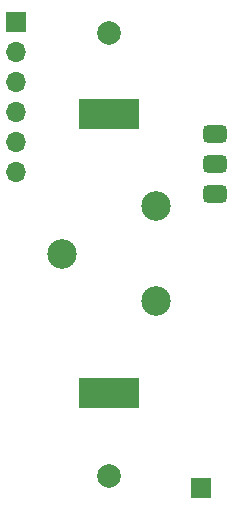
<source format=gbr>
%TF.GenerationSoftware,KiCad,Pcbnew,(6.0.5)*%
%TF.CreationDate,2022-05-20T14:29:48+02:00*%
%TF.ProjectId,LoraTrigger,4c6f7261-5472-4696-9767-65722e6b6963,rev?*%
%TF.SameCoordinates,Original*%
%TF.FileFunction,Soldermask,Bot*%
%TF.FilePolarity,Negative*%
%FSLAX46Y46*%
G04 Gerber Fmt 4.6, Leading zero omitted, Abs format (unit mm)*
G04 Created by KiCad (PCBNEW (6.0.5)) date 2022-05-20 14:29:48*
%MOMM*%
%LPD*%
G01*
G04 APERTURE LIST*
G04 Aperture macros list*
%AMRoundRect*
0 Rectangle with rounded corners*
0 $1 Rounding radius*
0 $2 $3 $4 $5 $6 $7 $8 $9 X,Y pos of 4 corners*
0 Add a 4 corners polygon primitive as box body*
4,1,4,$2,$3,$4,$5,$6,$7,$8,$9,$2,$3,0*
0 Add four circle primitives for the rounded corners*
1,1,$1+$1,$2,$3*
1,1,$1+$1,$4,$5*
1,1,$1+$1,$6,$7*
1,1,$1+$1,$8,$9*
0 Add four rect primitives between the rounded corners*
20,1,$1+$1,$2,$3,$4,$5,0*
20,1,$1+$1,$4,$5,$6,$7,0*
20,1,$1+$1,$6,$7,$8,$9,0*
20,1,$1+$1,$8,$9,$2,$3,0*%
G04 Aperture macros list end*
%ADD10R,1.700000X1.700000*%
%ADD11RoundRect,0.375000X0.625000X-0.375000X0.625000X0.375000X-0.625000X0.375000X-0.625000X-0.375000X0*%
%ADD12C,2.000000*%
%ADD13O,1.700000X1.700000*%
%ADD14R,5.100000X2.500000*%
%ADD15C,2.500000*%
G04 APERTURE END LIST*
D10*
X116205000Y-80518000D03*
D11*
X117351000Y-55640000D03*
X117351000Y-53100000D03*
X117351000Y-50560000D03*
D12*
X108450000Y-42050000D03*
X108450000Y-79550000D03*
D10*
X100500000Y-41050000D03*
D13*
X100500000Y-43590000D03*
X100500000Y-46130000D03*
X100500000Y-48670000D03*
X100500000Y-51210000D03*
X100500000Y-53750000D03*
D14*
X108400000Y-72500000D03*
X108400000Y-48900000D03*
D15*
X112400000Y-56700000D03*
X112400000Y-64700000D03*
X104400000Y-60700000D03*
M02*

</source>
